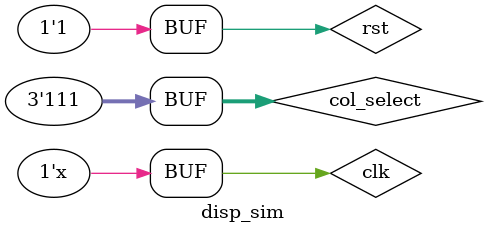
<source format=v>
`timescale 1ns / 1ps


module disp_sim();

reg clk;
reg rst;
reg [2:0] col_select;

wire [3:0] pix_r, pix_g, pix_b;
wire hsync, vsync;
wire [10:0] curr_x, curr_y;

initial begin
    #1
    clk = 0;
    rst = 0;
    col_select = 3'b111;
    #10
    rst = 1;
end

always begin
    #1 clk = ~clk;
end

vga_out vga_inst(
    .clk(clk),
    .rst(rst),
    .col_select(col_select),
    .pix_r(pix_r),
    .pix_g(pix_g),
    .pix_b(pix_b),
    .hsync(hsync),
    .vsync(vsync),
    .curr_x(curr_x),
    .curr_y(curr_y)
);
endmodule

</source>
